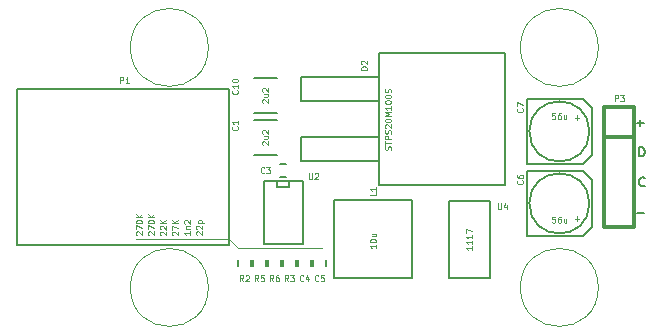
<source format=gto>
G04 #@! TF.FileFunction,Legend,Top*
%FSLAX46Y46*%
G04 Gerber Fmt 4.6, Leading zero omitted, Abs format (unit mm)*
G04 Created by KiCad (PCBNEW 4.0.2+dfsg1-stable) date Mon 23 May 2016 01:07:10 AM EDT*
%MOMM*%
G01*
G04 APERTURE LIST*
%ADD10C,0.150000*%
%ADD11C,0.130000*%
%ADD12C,0.050800*%
%ADD13C,0.100000*%
%ADD14C,0.127000*%
%ADD15C,0.304800*%
%ADD16C,0.076200*%
G04 APERTURE END LIST*
D10*
D11*
X159548285Y-120704429D02*
X158967714Y-120704429D01*
X159620857Y-118382143D02*
X159584571Y-118418429D01*
X159475714Y-118454714D01*
X159403143Y-118454714D01*
X159294286Y-118418429D01*
X159221714Y-118345857D01*
X159185429Y-118273286D01*
X159149143Y-118128143D01*
X159149143Y-118019286D01*
X159185429Y-117874143D01*
X159221714Y-117801571D01*
X159294286Y-117729000D01*
X159403143Y-117692714D01*
X159475714Y-117692714D01*
X159584571Y-117729000D01*
X159620857Y-117765286D01*
X159185429Y-115914714D02*
X159185429Y-115152714D01*
X159366857Y-115152714D01*
X159475714Y-115189000D01*
X159548286Y-115261571D01*
X159584571Y-115334143D01*
X159620857Y-115479286D01*
X159620857Y-115588143D01*
X159584571Y-115733286D01*
X159548286Y-115805857D01*
X159475714Y-115878429D01*
X159366857Y-115914714D01*
X159185429Y-115914714D01*
X159548285Y-113084429D02*
X158967714Y-113084429D01*
X159258000Y-113374714D02*
X159258000Y-112794143D01*
D12*
X124460000Y-122936000D02*
X116586000Y-122936000D01*
X125222000Y-123698000D02*
X124460000Y-122936000D01*
X132334000Y-123698000D02*
X125222000Y-123698000D01*
D13*
X122682000Y-127000000D02*
G75*
G03X122682000Y-127000000I-3302000J0D01*
G01*
X155702000Y-127000000D02*
G75*
G03X155702000Y-127000000I-3302000J0D01*
G01*
X155702000Y-106680000D02*
G75*
G03X155702000Y-106680000I-3302000J0D01*
G01*
X122682000Y-106680000D02*
G75*
G03X122682000Y-106680000I-3302000J0D01*
G01*
D10*
X149650000Y-122638000D02*
X149650000Y-117138000D01*
X149650000Y-117138000D02*
X154400000Y-117138000D01*
X154400000Y-117138000D02*
X155150000Y-117888000D01*
X155150000Y-117888000D02*
X155150000Y-121888000D01*
X155150000Y-121888000D02*
X154400000Y-122638000D01*
X154400000Y-122638000D02*
X149650000Y-122638000D01*
D14*
X154943173Y-119888000D02*
G75*
G03X154943173Y-119888000I-2543173J0D01*
G01*
D10*
X130556000Y-116332000D02*
X137160000Y-116332000D01*
X137160000Y-114300000D02*
X130556000Y-114300000D01*
X130556000Y-111252000D02*
X137160000Y-111252000D01*
X137160000Y-109220000D02*
X130556000Y-109220000D01*
X147828000Y-107188000D02*
X147828000Y-118364000D01*
X147828000Y-118364000D02*
X137160000Y-118364000D01*
X137160000Y-118364000D02*
X137160000Y-107188000D01*
X137160000Y-107188000D02*
X147828000Y-107188000D01*
X130556000Y-114300000D02*
X130556000Y-116332000D01*
X130556000Y-109220000D02*
X130556000Y-111252000D01*
X149650000Y-116542000D02*
X149650000Y-111042000D01*
X149650000Y-111042000D02*
X154400000Y-111042000D01*
X154400000Y-111042000D02*
X155150000Y-111792000D01*
X155150000Y-111792000D02*
X155150000Y-115792000D01*
X155150000Y-115792000D02*
X154400000Y-116542000D01*
X154400000Y-116542000D02*
X149650000Y-116542000D01*
D14*
X154943173Y-113792000D02*
G75*
G03X154943173Y-113792000I-2543173J0D01*
G01*
D15*
X158750000Y-111760000D02*
X158750000Y-111760000D01*
X156210000Y-111760000D02*
X158750000Y-111760000D01*
X158750000Y-111760000D02*
X158750000Y-111760000D01*
X158750000Y-111760000D02*
X158750000Y-121920000D01*
X158750000Y-121920000D02*
X156210000Y-121920000D01*
X156210000Y-121920000D02*
X156210000Y-111760000D01*
X156210000Y-114300000D02*
X158750000Y-114300000D01*
D10*
X146530000Y-119686000D02*
X143030000Y-119686000D01*
X143030000Y-119686000D02*
X143030000Y-126186000D01*
X143030000Y-126186000D02*
X146530000Y-126186000D01*
X146530000Y-126186000D02*
X146530000Y-119686000D01*
X124460000Y-110240000D02*
X124460000Y-123440000D01*
X124460000Y-123440000D02*
X106450000Y-123440000D01*
X106450000Y-123440000D02*
X106450000Y-110240000D01*
X106450000Y-110240000D02*
X124460000Y-110240000D01*
X139952000Y-119636000D02*
X139952000Y-126236000D01*
X139952000Y-126236000D02*
X133352000Y-126236000D01*
X133352000Y-126236000D02*
X133352000Y-119636000D01*
X133352000Y-119636000D02*
X139952000Y-119636000D01*
D14*
X127381000Y-123350020D02*
X127381000Y-118000780D01*
X130683000Y-118000780D02*
X130683000Y-123350020D01*
X130683000Y-123350020D02*
X127381000Y-123350020D01*
X130683000Y-118000780D02*
X127381000Y-118000780D01*
X129540000Y-117983000D02*
X129540000Y-118491000D01*
X129540000Y-118491000D02*
X128524000Y-118491000D01*
X128524000Y-118491000D02*
X128524000Y-117983000D01*
D10*
X129282000Y-116569000D02*
X128782000Y-116569000D01*
X128782000Y-117619000D02*
X129282000Y-117619000D01*
X131335000Y-125218000D02*
X131335000Y-124718000D01*
X130285000Y-124718000D02*
X130285000Y-125218000D01*
X132605000Y-125218000D02*
X132605000Y-124718000D01*
X131555000Y-124718000D02*
X131555000Y-125218000D01*
X126255000Y-125218000D02*
X126255000Y-124718000D01*
X125205000Y-124718000D02*
X125205000Y-125218000D01*
X130065000Y-125218000D02*
X130065000Y-124718000D01*
X129015000Y-124718000D02*
X129015000Y-125218000D01*
X127525000Y-125218000D02*
X127525000Y-124718000D01*
X126475000Y-124718000D02*
X126475000Y-125218000D01*
X128795000Y-125218000D02*
X128795000Y-124718000D01*
X127745000Y-124718000D02*
X127745000Y-125218000D01*
X128508000Y-109269000D02*
X126508000Y-109269000D01*
X126508000Y-112219000D02*
X128508000Y-112219000D01*
X128508000Y-112825000D02*
X126508000Y-112825000D01*
X126508000Y-115775000D02*
X128508000Y-115775000D01*
D16*
X149279429Y-117940667D02*
X149303619Y-117964857D01*
X149327810Y-118037429D01*
X149327810Y-118085810D01*
X149303619Y-118158381D01*
X149255238Y-118206762D01*
X149206857Y-118230953D01*
X149110095Y-118255143D01*
X149037524Y-118255143D01*
X148940762Y-118230953D01*
X148892381Y-118206762D01*
X148844000Y-118158381D01*
X148819810Y-118085810D01*
X148819810Y-118037429D01*
X148844000Y-117964857D01*
X148868190Y-117940667D01*
X148819810Y-117505238D02*
X148819810Y-117602000D01*
X148844000Y-117650381D01*
X148868190Y-117674572D01*
X148940762Y-117722953D01*
X149037524Y-117747143D01*
X149231048Y-117747143D01*
X149279429Y-117722953D01*
X149303619Y-117698762D01*
X149327810Y-117650381D01*
X149327810Y-117553619D01*
X149303619Y-117505238D01*
X149279429Y-117481048D01*
X149231048Y-117456857D01*
X149110095Y-117456857D01*
X149061714Y-117481048D01*
X149037524Y-117505238D01*
X149013333Y-117553619D01*
X149013333Y-117650381D01*
X149037524Y-117698762D01*
X149061714Y-117722953D01*
X149110095Y-117747143D01*
X152049238Y-121006810D02*
X151807333Y-121006810D01*
X151783143Y-121248714D01*
X151807333Y-121224524D01*
X151855714Y-121200333D01*
X151976667Y-121200333D01*
X152025048Y-121224524D01*
X152049238Y-121248714D01*
X152073429Y-121297095D01*
X152073429Y-121418048D01*
X152049238Y-121466429D01*
X152025048Y-121490619D01*
X151976667Y-121514810D01*
X151855714Y-121514810D01*
X151807333Y-121490619D01*
X151783143Y-121466429D01*
X152508858Y-121006810D02*
X152412096Y-121006810D01*
X152363715Y-121031000D01*
X152339524Y-121055190D01*
X152291143Y-121127762D01*
X152266953Y-121224524D01*
X152266953Y-121418048D01*
X152291143Y-121466429D01*
X152315334Y-121490619D01*
X152363715Y-121514810D01*
X152460477Y-121514810D01*
X152508858Y-121490619D01*
X152533048Y-121466429D01*
X152557239Y-121418048D01*
X152557239Y-121297095D01*
X152533048Y-121248714D01*
X152508858Y-121224524D01*
X152460477Y-121200333D01*
X152363715Y-121200333D01*
X152315334Y-121224524D01*
X152291143Y-121248714D01*
X152266953Y-121297095D01*
X152992668Y-121176143D02*
X152992668Y-121514810D01*
X152774953Y-121176143D02*
X152774953Y-121442238D01*
X152799144Y-121490619D01*
X152847525Y-121514810D01*
X152920096Y-121514810D01*
X152968477Y-121490619D01*
X152992668Y-121466429D01*
X153706476Y-121174286D02*
X154093524Y-121174286D01*
X153900000Y-121367810D02*
X153900000Y-120980762D01*
X136119810Y-108578953D02*
X135611810Y-108578953D01*
X135611810Y-108458000D01*
X135636000Y-108385429D01*
X135684381Y-108337048D01*
X135732762Y-108312857D01*
X135829524Y-108288667D01*
X135902095Y-108288667D01*
X135998857Y-108312857D01*
X136047238Y-108337048D01*
X136095619Y-108385429D01*
X136119810Y-108458000D01*
X136119810Y-108578953D01*
X135660190Y-108095143D02*
X135636000Y-108070953D01*
X135611810Y-108022572D01*
X135611810Y-107901619D01*
X135636000Y-107853238D01*
X135660190Y-107829048D01*
X135708571Y-107804857D01*
X135756952Y-107804857D01*
X135829524Y-107829048D01*
X136119810Y-108119334D01*
X136119810Y-107804857D01*
X138127619Y-115352287D02*
X138151810Y-115279716D01*
X138151810Y-115158763D01*
X138127619Y-115110382D01*
X138103429Y-115086192D01*
X138055048Y-115062001D01*
X138006667Y-115062001D01*
X137958286Y-115086192D01*
X137934095Y-115110382D01*
X137909905Y-115158763D01*
X137885714Y-115255525D01*
X137861524Y-115303906D01*
X137837333Y-115328097D01*
X137788952Y-115352287D01*
X137740571Y-115352287D01*
X137692190Y-115328097D01*
X137668000Y-115303906D01*
X137643810Y-115255525D01*
X137643810Y-115134573D01*
X137668000Y-115062001D01*
X137643810Y-114916858D02*
X137643810Y-114626572D01*
X138151810Y-114771715D02*
X137643810Y-114771715D01*
X138151810Y-114457239D02*
X137643810Y-114457239D01*
X137643810Y-114263715D01*
X137668000Y-114215334D01*
X137692190Y-114191143D01*
X137740571Y-114166953D01*
X137813143Y-114166953D01*
X137861524Y-114191143D01*
X137885714Y-114215334D01*
X137909905Y-114263715D01*
X137909905Y-114457239D01*
X138127619Y-113973429D02*
X138151810Y-113900858D01*
X138151810Y-113779905D01*
X138127619Y-113731524D01*
X138103429Y-113707334D01*
X138055048Y-113683143D01*
X138006667Y-113683143D01*
X137958286Y-113707334D01*
X137934095Y-113731524D01*
X137909905Y-113779905D01*
X137885714Y-113876667D01*
X137861524Y-113925048D01*
X137837333Y-113949239D01*
X137788952Y-113973429D01*
X137740571Y-113973429D01*
X137692190Y-113949239D01*
X137668000Y-113925048D01*
X137643810Y-113876667D01*
X137643810Y-113755715D01*
X137668000Y-113683143D01*
X137692190Y-113489619D02*
X137668000Y-113465429D01*
X137643810Y-113417048D01*
X137643810Y-113296095D01*
X137668000Y-113247714D01*
X137692190Y-113223524D01*
X137740571Y-113199333D01*
X137788952Y-113199333D01*
X137861524Y-113223524D01*
X138151810Y-113513810D01*
X138151810Y-113199333D01*
X137643810Y-112884857D02*
X137643810Y-112836476D01*
X137668000Y-112788095D01*
X137692190Y-112763904D01*
X137740571Y-112739714D01*
X137837333Y-112715523D01*
X137958286Y-112715523D01*
X138055048Y-112739714D01*
X138103429Y-112763904D01*
X138127619Y-112788095D01*
X138151810Y-112836476D01*
X138151810Y-112884857D01*
X138127619Y-112933238D01*
X138103429Y-112957428D01*
X138055048Y-112981619D01*
X137958286Y-113005809D01*
X137837333Y-113005809D01*
X137740571Y-112981619D01*
X137692190Y-112957428D01*
X137668000Y-112933238D01*
X137643810Y-112884857D01*
X138151810Y-112497809D02*
X137643810Y-112497809D01*
X138006667Y-112328475D01*
X137643810Y-112159142D01*
X138151810Y-112159142D01*
X138151810Y-111651142D02*
X138151810Y-111941428D01*
X138151810Y-111796285D02*
X137643810Y-111796285D01*
X137716381Y-111844666D01*
X137764762Y-111893047D01*
X137788952Y-111941428D01*
X137643810Y-111336666D02*
X137643810Y-111288285D01*
X137668000Y-111239904D01*
X137692190Y-111215713D01*
X137740571Y-111191523D01*
X137837333Y-111167332D01*
X137958286Y-111167332D01*
X138055048Y-111191523D01*
X138103429Y-111215713D01*
X138127619Y-111239904D01*
X138151810Y-111288285D01*
X138151810Y-111336666D01*
X138127619Y-111385047D01*
X138103429Y-111409237D01*
X138055048Y-111433428D01*
X137958286Y-111457618D01*
X137837333Y-111457618D01*
X137740571Y-111433428D01*
X137692190Y-111409237D01*
X137668000Y-111385047D01*
X137643810Y-111336666D01*
X137643810Y-110852856D02*
X137643810Y-110804475D01*
X137668000Y-110756094D01*
X137692190Y-110731903D01*
X137740571Y-110707713D01*
X137837333Y-110683522D01*
X137958286Y-110683522D01*
X138055048Y-110707713D01*
X138103429Y-110731903D01*
X138127619Y-110756094D01*
X138151810Y-110804475D01*
X138151810Y-110852856D01*
X138127619Y-110901237D01*
X138103429Y-110925427D01*
X138055048Y-110949618D01*
X137958286Y-110973808D01*
X137837333Y-110973808D01*
X137740571Y-110949618D01*
X137692190Y-110925427D01*
X137668000Y-110901237D01*
X137643810Y-110852856D01*
X138127619Y-110489998D02*
X138151810Y-110417427D01*
X138151810Y-110296474D01*
X138127619Y-110248093D01*
X138103429Y-110223903D01*
X138055048Y-110199712D01*
X138006667Y-110199712D01*
X137958286Y-110223903D01*
X137934095Y-110248093D01*
X137909905Y-110296474D01*
X137885714Y-110393236D01*
X137861524Y-110441617D01*
X137837333Y-110465808D01*
X137788952Y-110489998D01*
X137740571Y-110489998D01*
X137692190Y-110465808D01*
X137668000Y-110441617D01*
X137643810Y-110393236D01*
X137643810Y-110272284D01*
X137668000Y-110199712D01*
X149279429Y-111844667D02*
X149303619Y-111868857D01*
X149327810Y-111941429D01*
X149327810Y-111989810D01*
X149303619Y-112062381D01*
X149255238Y-112110762D01*
X149206857Y-112134953D01*
X149110095Y-112159143D01*
X149037524Y-112159143D01*
X148940762Y-112134953D01*
X148892381Y-112110762D01*
X148844000Y-112062381D01*
X148819810Y-111989810D01*
X148819810Y-111941429D01*
X148844000Y-111868857D01*
X148868190Y-111844667D01*
X148819810Y-111675334D02*
X148819810Y-111336667D01*
X149327810Y-111554381D01*
X152049238Y-112243810D02*
X151807333Y-112243810D01*
X151783143Y-112485714D01*
X151807333Y-112461524D01*
X151855714Y-112437333D01*
X151976667Y-112437333D01*
X152025048Y-112461524D01*
X152049238Y-112485714D01*
X152073429Y-112534095D01*
X152073429Y-112655048D01*
X152049238Y-112703429D01*
X152025048Y-112727619D01*
X151976667Y-112751810D01*
X151855714Y-112751810D01*
X151807333Y-112727619D01*
X151783143Y-112703429D01*
X152508858Y-112243810D02*
X152412096Y-112243810D01*
X152363715Y-112268000D01*
X152339524Y-112292190D01*
X152291143Y-112364762D01*
X152266953Y-112461524D01*
X152266953Y-112655048D01*
X152291143Y-112703429D01*
X152315334Y-112727619D01*
X152363715Y-112751810D01*
X152460477Y-112751810D01*
X152508858Y-112727619D01*
X152533048Y-112703429D01*
X152557239Y-112655048D01*
X152557239Y-112534095D01*
X152533048Y-112485714D01*
X152508858Y-112461524D01*
X152460477Y-112437333D01*
X152363715Y-112437333D01*
X152315334Y-112461524D01*
X152291143Y-112485714D01*
X152266953Y-112534095D01*
X152992668Y-112413143D02*
X152992668Y-112751810D01*
X152774953Y-112413143D02*
X152774953Y-112679238D01*
X152799144Y-112727619D01*
X152847525Y-112751810D01*
X152920096Y-112751810D01*
X152968477Y-112727619D01*
X152992668Y-112703429D01*
X153706476Y-112628286D02*
X154093524Y-112628286D01*
X153900000Y-112821810D02*
X153900000Y-112434762D01*
X157105047Y-111227810D02*
X157105047Y-110719810D01*
X157298571Y-110719810D01*
X157346952Y-110744000D01*
X157371143Y-110768190D01*
X157395333Y-110816571D01*
X157395333Y-110889143D01*
X157371143Y-110937524D01*
X157346952Y-110961714D01*
X157298571Y-110985905D01*
X157105047Y-110985905D01*
X157564666Y-110719810D02*
X157879143Y-110719810D01*
X157709809Y-110913333D01*
X157782381Y-110913333D01*
X157830762Y-110937524D01*
X157854952Y-110961714D01*
X157879143Y-111010095D01*
X157879143Y-111131048D01*
X157854952Y-111179429D01*
X157830762Y-111203619D01*
X157782381Y-111227810D01*
X157637238Y-111227810D01*
X157588857Y-111203619D01*
X157564666Y-111179429D01*
X147186952Y-119863810D02*
X147186952Y-120275048D01*
X147211143Y-120323429D01*
X147235333Y-120347619D01*
X147283714Y-120371810D01*
X147380476Y-120371810D01*
X147428857Y-120347619D01*
X147453048Y-120323429D01*
X147477238Y-120275048D01*
X147477238Y-119863810D01*
X147936857Y-120033143D02*
X147936857Y-120371810D01*
X147815904Y-119839619D02*
X147694952Y-120202476D01*
X148009428Y-120202476D01*
X145009810Y-123516572D02*
X145009810Y-123806858D01*
X145009810Y-123661715D02*
X144501810Y-123661715D01*
X144574381Y-123710096D01*
X144622762Y-123758477D01*
X144646952Y-123806858D01*
X145009810Y-123032762D02*
X145009810Y-123323048D01*
X145009810Y-123177905D02*
X144501810Y-123177905D01*
X144574381Y-123226286D01*
X144622762Y-123274667D01*
X144646952Y-123323048D01*
X145009810Y-122548952D02*
X145009810Y-122839238D01*
X145009810Y-122694095D02*
X144501810Y-122694095D01*
X144574381Y-122742476D01*
X144622762Y-122790857D01*
X144646952Y-122839238D01*
X144501810Y-122379619D02*
X144501810Y-122040952D01*
X145009810Y-122258666D01*
X115195047Y-109703810D02*
X115195047Y-109195810D01*
X115388571Y-109195810D01*
X115436952Y-109220000D01*
X115461143Y-109244190D01*
X115485333Y-109292571D01*
X115485333Y-109365143D01*
X115461143Y-109413524D01*
X115436952Y-109437714D01*
X115388571Y-109461905D01*
X115195047Y-109461905D01*
X115969143Y-109703810D02*
X115678857Y-109703810D01*
X115824000Y-109703810D02*
X115824000Y-109195810D01*
X115775619Y-109268381D01*
X115727238Y-109316762D01*
X115678857Y-109340952D01*
X136881810Y-118956667D02*
X136881810Y-119198572D01*
X136373810Y-119198572D01*
X136881810Y-118521238D02*
X136881810Y-118811524D01*
X136881810Y-118666381D02*
X136373810Y-118666381D01*
X136446381Y-118714762D01*
X136494762Y-118763143D01*
X136518952Y-118811524D01*
X136881810Y-123389571D02*
X136881810Y-123679857D01*
X136881810Y-123534714D02*
X136373810Y-123534714D01*
X136446381Y-123583095D01*
X136494762Y-123631476D01*
X136518952Y-123679857D01*
X136373810Y-123075095D02*
X136373810Y-123026714D01*
X136398000Y-122978333D01*
X136422190Y-122954142D01*
X136470571Y-122929952D01*
X136567333Y-122905761D01*
X136688286Y-122905761D01*
X136785048Y-122929952D01*
X136833429Y-122954142D01*
X136857619Y-122978333D01*
X136881810Y-123026714D01*
X136881810Y-123075095D01*
X136857619Y-123123476D01*
X136833429Y-123147666D01*
X136785048Y-123171857D01*
X136688286Y-123196047D01*
X136567333Y-123196047D01*
X136470571Y-123171857D01*
X136422190Y-123147666D01*
X136398000Y-123123476D01*
X136373810Y-123075095D01*
X136543143Y-122470332D02*
X136881810Y-122470332D01*
X136543143Y-122688047D02*
X136809238Y-122688047D01*
X136857619Y-122663856D01*
X136881810Y-122615475D01*
X136881810Y-122542904D01*
X136857619Y-122494523D01*
X136833429Y-122470332D01*
X131184952Y-117323810D02*
X131184952Y-117735048D01*
X131209143Y-117783429D01*
X131233333Y-117807619D01*
X131281714Y-117831810D01*
X131378476Y-117831810D01*
X131426857Y-117807619D01*
X131451048Y-117783429D01*
X131475238Y-117735048D01*
X131475238Y-117323810D01*
X131692952Y-117372190D02*
X131717142Y-117348000D01*
X131765523Y-117323810D01*
X131886476Y-117323810D01*
X131934857Y-117348000D01*
X131959047Y-117372190D01*
X131983238Y-117420571D01*
X131983238Y-117468952D01*
X131959047Y-117541524D01*
X131668761Y-117831810D01*
X131983238Y-117831810D01*
X127423333Y-117275429D02*
X127399143Y-117299619D01*
X127326571Y-117323810D01*
X127278190Y-117323810D01*
X127205619Y-117299619D01*
X127157238Y-117251238D01*
X127133047Y-117202857D01*
X127108857Y-117106095D01*
X127108857Y-117033524D01*
X127133047Y-116936762D01*
X127157238Y-116888381D01*
X127205619Y-116840000D01*
X127278190Y-116815810D01*
X127326571Y-116815810D01*
X127399143Y-116840000D01*
X127423333Y-116864190D01*
X127592666Y-116815810D02*
X127907143Y-116815810D01*
X127737809Y-117009333D01*
X127810381Y-117009333D01*
X127858762Y-117033524D01*
X127882952Y-117057714D01*
X127907143Y-117106095D01*
X127907143Y-117227048D01*
X127882952Y-117275429D01*
X127858762Y-117299619D01*
X127810381Y-117323810D01*
X127665238Y-117323810D01*
X127616857Y-117299619D01*
X127592666Y-117275429D01*
X130725333Y-126419429D02*
X130701143Y-126443619D01*
X130628571Y-126467810D01*
X130580190Y-126467810D01*
X130507619Y-126443619D01*
X130459238Y-126395238D01*
X130435047Y-126346857D01*
X130410857Y-126250095D01*
X130410857Y-126177524D01*
X130435047Y-126080762D01*
X130459238Y-126032381D01*
X130507619Y-125984000D01*
X130580190Y-125959810D01*
X130628571Y-125959810D01*
X130701143Y-125984000D01*
X130725333Y-126008190D01*
X131160762Y-126129143D02*
X131160762Y-126467810D01*
X131039809Y-125935619D02*
X130918857Y-126298476D01*
X131233333Y-126298476D01*
X121133810Y-122246571D02*
X121133810Y-122536857D01*
X121133810Y-122391714D02*
X120625810Y-122391714D01*
X120698381Y-122440095D01*
X120746762Y-122488476D01*
X120770952Y-122536857D01*
X120795143Y-122028857D02*
X121133810Y-122028857D01*
X120843524Y-122028857D02*
X120819333Y-122004666D01*
X120795143Y-121956285D01*
X120795143Y-121883714D01*
X120819333Y-121835333D01*
X120867714Y-121811142D01*
X121133810Y-121811142D01*
X120674190Y-121593428D02*
X120650000Y-121569238D01*
X120625810Y-121520857D01*
X120625810Y-121399904D01*
X120650000Y-121351523D01*
X120674190Y-121327333D01*
X120722571Y-121303142D01*
X120770952Y-121303142D01*
X120843524Y-121327333D01*
X121133810Y-121617619D01*
X121133810Y-121303142D01*
X131995333Y-126419429D02*
X131971143Y-126443619D01*
X131898571Y-126467810D01*
X131850190Y-126467810D01*
X131777619Y-126443619D01*
X131729238Y-126395238D01*
X131705047Y-126346857D01*
X131680857Y-126250095D01*
X131680857Y-126177524D01*
X131705047Y-126080762D01*
X131729238Y-126032381D01*
X131777619Y-125984000D01*
X131850190Y-125959810D01*
X131898571Y-125959810D01*
X131971143Y-125984000D01*
X131995333Y-126008190D01*
X132454952Y-125959810D02*
X132213047Y-125959810D01*
X132188857Y-126201714D01*
X132213047Y-126177524D01*
X132261428Y-126153333D01*
X132382381Y-126153333D01*
X132430762Y-126177524D01*
X132454952Y-126201714D01*
X132479143Y-126250095D01*
X132479143Y-126371048D01*
X132454952Y-126419429D01*
X132430762Y-126443619D01*
X132382381Y-126467810D01*
X132261428Y-126467810D01*
X132213047Y-126443619D01*
X132188857Y-126419429D01*
X121690190Y-122536857D02*
X121666000Y-122512667D01*
X121641810Y-122464286D01*
X121641810Y-122343333D01*
X121666000Y-122294952D01*
X121690190Y-122270762D01*
X121738571Y-122246571D01*
X121786952Y-122246571D01*
X121859524Y-122270762D01*
X122149810Y-122561048D01*
X122149810Y-122246571D01*
X121690190Y-122053047D02*
X121666000Y-122028857D01*
X121641810Y-121980476D01*
X121641810Y-121859523D01*
X121666000Y-121811142D01*
X121690190Y-121786952D01*
X121738571Y-121762761D01*
X121786952Y-121762761D01*
X121859524Y-121786952D01*
X122149810Y-122077238D01*
X122149810Y-121762761D01*
X121811143Y-121545047D02*
X122319143Y-121545047D01*
X121835333Y-121545047D02*
X121811143Y-121496666D01*
X121811143Y-121399904D01*
X121835333Y-121351523D01*
X121859524Y-121327332D01*
X121907905Y-121303142D01*
X122053048Y-121303142D01*
X122101429Y-121327332D01*
X122125619Y-121351523D01*
X122149810Y-121399904D01*
X122149810Y-121496666D01*
X122125619Y-121545047D01*
X125645333Y-126467810D02*
X125476000Y-126225905D01*
X125355047Y-126467810D02*
X125355047Y-125959810D01*
X125548571Y-125959810D01*
X125596952Y-125984000D01*
X125621143Y-126008190D01*
X125645333Y-126056571D01*
X125645333Y-126129143D01*
X125621143Y-126177524D01*
X125596952Y-126201714D01*
X125548571Y-126225905D01*
X125355047Y-126225905D01*
X125838857Y-126008190D02*
X125863047Y-125984000D01*
X125911428Y-125959810D01*
X126032381Y-125959810D01*
X126080762Y-125984000D01*
X126104952Y-126008190D01*
X126129143Y-126056571D01*
X126129143Y-126104952D01*
X126104952Y-126177524D01*
X125814666Y-126467810D01*
X126129143Y-126467810D01*
X116610190Y-122548953D02*
X116586000Y-122524763D01*
X116561810Y-122476382D01*
X116561810Y-122355429D01*
X116586000Y-122307048D01*
X116610190Y-122282858D01*
X116658571Y-122258667D01*
X116706952Y-122258667D01*
X116779524Y-122282858D01*
X117069810Y-122573144D01*
X117069810Y-122258667D01*
X116561810Y-122089334D02*
X116561810Y-121750667D01*
X117069810Y-121968381D01*
X116561810Y-121460381D02*
X116561810Y-121412000D01*
X116586000Y-121363619D01*
X116610190Y-121339428D01*
X116658571Y-121315238D01*
X116755333Y-121291047D01*
X116876286Y-121291047D01*
X116973048Y-121315238D01*
X117021429Y-121339428D01*
X117045619Y-121363619D01*
X117069810Y-121412000D01*
X117069810Y-121460381D01*
X117045619Y-121508762D01*
X117021429Y-121532952D01*
X116973048Y-121557143D01*
X116876286Y-121581333D01*
X116755333Y-121581333D01*
X116658571Y-121557143D01*
X116610190Y-121532952D01*
X116586000Y-121508762D01*
X116561810Y-121460381D01*
X117069810Y-121073333D02*
X116561810Y-121073333D01*
X117069810Y-120783047D02*
X116779524Y-121000761D01*
X116561810Y-120783047D02*
X116852095Y-121073333D01*
X129455333Y-126467810D02*
X129286000Y-126225905D01*
X129165047Y-126467810D02*
X129165047Y-125959810D01*
X129358571Y-125959810D01*
X129406952Y-125984000D01*
X129431143Y-126008190D01*
X129455333Y-126056571D01*
X129455333Y-126129143D01*
X129431143Y-126177524D01*
X129406952Y-126201714D01*
X129358571Y-126225905D01*
X129165047Y-126225905D01*
X129624666Y-125959810D02*
X129939143Y-125959810D01*
X129769809Y-126153333D01*
X129842381Y-126153333D01*
X129890762Y-126177524D01*
X129914952Y-126201714D01*
X129939143Y-126250095D01*
X129939143Y-126371048D01*
X129914952Y-126419429D01*
X129890762Y-126443619D01*
X129842381Y-126467810D01*
X129697238Y-126467810D01*
X129648857Y-126443619D01*
X129624666Y-126419429D01*
X119658190Y-122561048D02*
X119634000Y-122536858D01*
X119609810Y-122488477D01*
X119609810Y-122367524D01*
X119634000Y-122319143D01*
X119658190Y-122294953D01*
X119706571Y-122270762D01*
X119754952Y-122270762D01*
X119827524Y-122294953D01*
X120117810Y-122585239D01*
X120117810Y-122270762D01*
X119609810Y-122101429D02*
X119609810Y-121762762D01*
X120117810Y-121980476D01*
X120117810Y-121569238D02*
X119609810Y-121569238D01*
X120117810Y-121278952D02*
X119827524Y-121496666D01*
X119609810Y-121278952D02*
X119900095Y-121569238D01*
X126915333Y-126467810D02*
X126746000Y-126225905D01*
X126625047Y-126467810D02*
X126625047Y-125959810D01*
X126818571Y-125959810D01*
X126866952Y-125984000D01*
X126891143Y-126008190D01*
X126915333Y-126056571D01*
X126915333Y-126129143D01*
X126891143Y-126177524D01*
X126866952Y-126201714D01*
X126818571Y-126225905D01*
X126625047Y-126225905D01*
X127374952Y-125959810D02*
X127133047Y-125959810D01*
X127108857Y-126201714D01*
X127133047Y-126177524D01*
X127181428Y-126153333D01*
X127302381Y-126153333D01*
X127350762Y-126177524D01*
X127374952Y-126201714D01*
X127399143Y-126250095D01*
X127399143Y-126371048D01*
X127374952Y-126419429D01*
X127350762Y-126443619D01*
X127302381Y-126467810D01*
X127181428Y-126467810D01*
X127133047Y-126443619D01*
X127108857Y-126419429D01*
X117626190Y-122548953D02*
X117602000Y-122524763D01*
X117577810Y-122476382D01*
X117577810Y-122355429D01*
X117602000Y-122307048D01*
X117626190Y-122282858D01*
X117674571Y-122258667D01*
X117722952Y-122258667D01*
X117795524Y-122282858D01*
X118085810Y-122573144D01*
X118085810Y-122258667D01*
X117577810Y-122089334D02*
X117577810Y-121750667D01*
X118085810Y-121968381D01*
X117577810Y-121460381D02*
X117577810Y-121412000D01*
X117602000Y-121363619D01*
X117626190Y-121339428D01*
X117674571Y-121315238D01*
X117771333Y-121291047D01*
X117892286Y-121291047D01*
X117989048Y-121315238D01*
X118037429Y-121339428D01*
X118061619Y-121363619D01*
X118085810Y-121412000D01*
X118085810Y-121460381D01*
X118061619Y-121508762D01*
X118037429Y-121532952D01*
X117989048Y-121557143D01*
X117892286Y-121581333D01*
X117771333Y-121581333D01*
X117674571Y-121557143D01*
X117626190Y-121532952D01*
X117602000Y-121508762D01*
X117577810Y-121460381D01*
X118085810Y-121073333D02*
X117577810Y-121073333D01*
X118085810Y-120783047D02*
X117795524Y-121000761D01*
X117577810Y-120783047D02*
X117868095Y-121073333D01*
X128185333Y-126467810D02*
X128016000Y-126225905D01*
X127895047Y-126467810D02*
X127895047Y-125959810D01*
X128088571Y-125959810D01*
X128136952Y-125984000D01*
X128161143Y-126008190D01*
X128185333Y-126056571D01*
X128185333Y-126129143D01*
X128161143Y-126177524D01*
X128136952Y-126201714D01*
X128088571Y-126225905D01*
X127895047Y-126225905D01*
X128620762Y-125959810D02*
X128524000Y-125959810D01*
X128475619Y-125984000D01*
X128451428Y-126008190D01*
X128403047Y-126080762D01*
X128378857Y-126177524D01*
X128378857Y-126371048D01*
X128403047Y-126419429D01*
X128427238Y-126443619D01*
X128475619Y-126467810D01*
X128572381Y-126467810D01*
X128620762Y-126443619D01*
X128644952Y-126419429D01*
X128669143Y-126371048D01*
X128669143Y-126250095D01*
X128644952Y-126201714D01*
X128620762Y-126177524D01*
X128572381Y-126153333D01*
X128475619Y-126153333D01*
X128427238Y-126177524D01*
X128403047Y-126201714D01*
X128378857Y-126250095D01*
X118642190Y-122561048D02*
X118618000Y-122536858D01*
X118593810Y-122488477D01*
X118593810Y-122367524D01*
X118618000Y-122319143D01*
X118642190Y-122294953D01*
X118690571Y-122270762D01*
X118738952Y-122270762D01*
X118811524Y-122294953D01*
X119101810Y-122585239D01*
X119101810Y-122270762D01*
X118642190Y-122077238D02*
X118618000Y-122053048D01*
X118593810Y-122004667D01*
X118593810Y-121883714D01*
X118618000Y-121835333D01*
X118642190Y-121811143D01*
X118690571Y-121786952D01*
X118738952Y-121786952D01*
X118811524Y-121811143D01*
X119101810Y-122101429D01*
X119101810Y-121786952D01*
X119101810Y-121569238D02*
X118593810Y-121569238D01*
X119101810Y-121278952D02*
X118811524Y-121496666D01*
X118593810Y-121278952D02*
X118884095Y-121569238D01*
X125149429Y-110308572D02*
X125173619Y-110332762D01*
X125197810Y-110405334D01*
X125197810Y-110453715D01*
X125173619Y-110526286D01*
X125125238Y-110574667D01*
X125076857Y-110598858D01*
X124980095Y-110623048D01*
X124907524Y-110623048D01*
X124810762Y-110598858D01*
X124762381Y-110574667D01*
X124714000Y-110526286D01*
X124689810Y-110453715D01*
X124689810Y-110405334D01*
X124714000Y-110332762D01*
X124738190Y-110308572D01*
X125197810Y-109824762D02*
X125197810Y-110115048D01*
X125197810Y-109969905D02*
X124689810Y-109969905D01*
X124762381Y-110018286D01*
X124810762Y-110066667D01*
X124834952Y-110115048D01*
X124689810Y-109510286D02*
X124689810Y-109461905D01*
X124714000Y-109413524D01*
X124738190Y-109389333D01*
X124786571Y-109365143D01*
X124883333Y-109340952D01*
X125004286Y-109340952D01*
X125101048Y-109365143D01*
X125149429Y-109389333D01*
X125173619Y-109413524D01*
X125197810Y-109461905D01*
X125197810Y-109510286D01*
X125173619Y-109558667D01*
X125149429Y-109582857D01*
X125101048Y-109607048D01*
X125004286Y-109631238D01*
X124883333Y-109631238D01*
X124786571Y-109607048D01*
X124738190Y-109582857D01*
X124714000Y-109558667D01*
X124689810Y-109510286D01*
X127278190Y-111360857D02*
X127254000Y-111336667D01*
X127229810Y-111288286D01*
X127229810Y-111167333D01*
X127254000Y-111118952D01*
X127278190Y-111094762D01*
X127326571Y-111070571D01*
X127374952Y-111070571D01*
X127447524Y-111094762D01*
X127737810Y-111385048D01*
X127737810Y-111070571D01*
X127399143Y-110635142D02*
X127737810Y-110635142D01*
X127399143Y-110852857D02*
X127665238Y-110852857D01*
X127713619Y-110828666D01*
X127737810Y-110780285D01*
X127737810Y-110707714D01*
X127713619Y-110659333D01*
X127689429Y-110635142D01*
X127278190Y-110417428D02*
X127254000Y-110393238D01*
X127229810Y-110344857D01*
X127229810Y-110223904D01*
X127254000Y-110175523D01*
X127278190Y-110151333D01*
X127326571Y-110127142D01*
X127374952Y-110127142D01*
X127447524Y-110151333D01*
X127737810Y-110441619D01*
X127737810Y-110127142D01*
X125149429Y-113368667D02*
X125173619Y-113392857D01*
X125197810Y-113465429D01*
X125197810Y-113513810D01*
X125173619Y-113586381D01*
X125125238Y-113634762D01*
X125076857Y-113658953D01*
X124980095Y-113683143D01*
X124907524Y-113683143D01*
X124810762Y-113658953D01*
X124762381Y-113634762D01*
X124714000Y-113586381D01*
X124689810Y-113513810D01*
X124689810Y-113465429D01*
X124714000Y-113392857D01*
X124738190Y-113368667D01*
X125197810Y-112884857D02*
X125197810Y-113175143D01*
X125197810Y-113030000D02*
X124689810Y-113030000D01*
X124762381Y-113078381D01*
X124810762Y-113126762D01*
X124834952Y-113175143D01*
X127278190Y-114916857D02*
X127254000Y-114892667D01*
X127229810Y-114844286D01*
X127229810Y-114723333D01*
X127254000Y-114674952D01*
X127278190Y-114650762D01*
X127326571Y-114626571D01*
X127374952Y-114626571D01*
X127447524Y-114650762D01*
X127737810Y-114941048D01*
X127737810Y-114626571D01*
X127399143Y-114191142D02*
X127737810Y-114191142D01*
X127399143Y-114408857D02*
X127665238Y-114408857D01*
X127713619Y-114384666D01*
X127737810Y-114336285D01*
X127737810Y-114263714D01*
X127713619Y-114215333D01*
X127689429Y-114191142D01*
X127278190Y-113973428D02*
X127254000Y-113949238D01*
X127229810Y-113900857D01*
X127229810Y-113779904D01*
X127254000Y-113731523D01*
X127278190Y-113707333D01*
X127326571Y-113683142D01*
X127374952Y-113683142D01*
X127447524Y-113707333D01*
X127737810Y-113997619D01*
X127737810Y-113683142D01*
M02*

</source>
